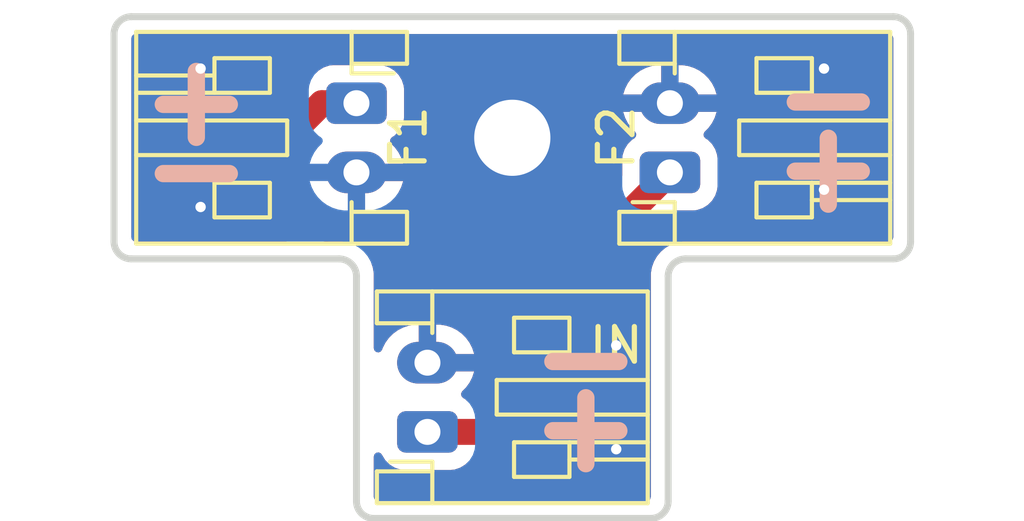
<source format=kicad_pcb>
(kicad_pcb (version 20241229) (generator "pcbnew") (generator_version "9.0")
  (layers (0 "F.Cu" signal) (2 "B.Cu" signal) (13 "F.Paste" user) (15 "B.Paste" user) (5 "F.SilkS" user "F.Silkscreen") (7 "B.SilkS" user "B.Silkscreen") (1 "F.Mask" user) (3 "B.Mask" user) (25 "Edge.Cuts" user))
  (net 0 "")
  (net 1 "VDD")
  (net 2 "GND")
  (footprint "MountingHole:MountingHole_2.2mm_M2_ISO7380_Pad" (layer "F.Cu") (at 56 47)
    (property "Reference" "REF**" (hide yes))
    (property "Value" "MountingHole_2.2mm_M2_ISO7380_Pad")
    (pad "1" thru_hole circle (at 0 0) (size 3.5 3.5) (drill 2.2) (layers "*.Cu" "*.Mask"))
  )
  (footprint "Connector_JST:JST_PH_S2B-PH-K_1x02_P2.00mm_Horizontal" (layer "F.Cu") (at 53.55 55.5 90)
    (property "Reference" "IN" (at 2.5 5.45 0) (layer "F.SilkS"))
    (property "Value" "PWR_IN")
    (fp_line (start 4.06 -1.46) (end 3.14 -1.46) (stroke (width 0.12)) (layer "F.SilkS"))
    (fp_line (start 3.14 -1.46) (end 3.14 0.14) (stroke (width 0.12)) (layer "F.SilkS"))
    (fp_line (start -1.14 -1.46) (end -2.06 -1.46) (stroke (width 0.12)) (layer "F.SilkS"))
    (fp_line (start -2.06 -1.46) (end -2.06 6.36) (stroke (width 0.12)) (layer "F.SilkS"))
    (fp_line (start 4.06 0.14) (end 3.14 0.14) (stroke (width 0.12)) (layer "F.SilkS"))
    (fp_line (start 3.14 0.14) (end 2.86 0.14) (stroke (width 0.12)) (layer "F.SilkS"))
    (fp_line (start -0.86 0.14) (end -0.86 -1.075) (stroke (width 0.12)) (layer "F.SilkS"))
    (fp_line (start -0.86 0.14) (end -1.14 0.14) (stroke (width 0.12)) (layer "F.SilkS"))
    (fp_line (start -1.14 0.14) (end -1.14 -1.46) (stroke (width 0.12)) (layer "F.SilkS"))
    (fp_line (start -2.06 0.14) (end -1.14 0.14) (stroke (width 0.12)) (layer "F.SilkS"))
    (fp_line (start 1.5 2) (end 1.5 6.36) (stroke (width 0.12)) (layer "F.SilkS"))
    (fp_line (start 0.5 2) (end 1.5 2) (stroke (width 0.12)) (layer "F.SilkS"))
    (fp_line (start 3.3 2.5) (end 3.3 4.1) (stroke (width 0.12)) (layer "F.SilkS"))
    (fp_line (start 2.3 2.5) (end 3.3 2.5) (stroke (width 0.12)) (layer "F.SilkS"))
    (fp_line (start -0.3 2.5) (end -1.3 2.5) (stroke (width 0.12)) (layer "F.SilkS"))
    (fp_line (start -1.3 2.5) (end -1.3 4.1) (stroke (width 0.12)) (layer "F.SilkS"))
    (fp_line (start 3.3 4.1) (end 2.3 4.1) (stroke (width 0.12)) (layer "F.SilkS"))
    (fp_line (start 2.3 4.1) (end 2.3 2.5) (stroke (width 0.12)) (layer "F.SilkS"))
    (fp_line (start -0.3 4.1) (end -0.3 2.5) (stroke (width 0.12)) (layer "F.SilkS"))
    (fp_line (start -0.3 4.1) (end -0.3 6.36) (stroke (width 0.12)) (layer "F.SilkS"))
    (fp_line (start -0.8 4.1) (end -0.8 6.36) (stroke (width 0.12)) (layer "F.SilkS"))
    (fp_line (start -1.3 4.1) (end -0.3 4.1) (stroke (width 0.12)) (layer "F.SilkS"))
    (fp_line (start 4.06 6.36) (end 4.06 -1.46) (stroke (width 0.12)) (layer "F.SilkS"))
    (fp_line (start 0.5 6.36) (end 0.5 2) (stroke (width 0.12)) (layer "F.SilkS"))
    (fp_line (start -2.06 6.36) (end 4.06 6.36) (stroke (width 0.12)) (layer "F.SilkS"))
    (pad "1" thru_hole roundrect (at 0 0 90) (size 1.2 1.75) (drill 0.75) (layers "*.Cu" "*.Mask") (roundrect_rratio 0.208333) (net 1 "VDD"))
    (pad "2" thru_hole oval (at 2 0 90) (size 1.2 1.75) (drill 0.75) (layers "*.Cu" "*.Mask") (net 2 "GND"))
  )
  (footprint "Connector_JST:JST_PH_S2B-PH-K_1x02_P2.00mm_Horizontal" (layer "F.Cu") (at 51.5 46 -90)
    (property "Reference" "F1" (at 1 -1.5 90) (layer "F.SilkS"))
    (property "Value" "PWR_OUT1")
    (fp_line (start -2.06 6.36) (end 4.06 6.36) (stroke (width 0.12)) (layer "F.SilkS"))
    (fp_line (start 0.5 6.36) (end 0.5 2) (stroke (width 0.12)) (layer "F.SilkS"))
    (fp_line (start 4.06 6.36) (end 4.06 -1.46) (stroke (width 0.12)) (layer "F.SilkS"))
    (fp_line (start -1.3 4.1) (end -0.3 4.1) (stroke (width 0.12)) (layer "F.SilkS"))
    (fp_line (start -0.8 4.1) (end -0.8 6.36) (stroke (width 0.12)) (layer "F.SilkS"))
    (fp_line (start -0.3 4.1) (end -0.3 6.36) (stroke (width 0.12)) (layer "F.SilkS"))
    (fp_line (start -0.3 4.1) (end -0.3 2.5) (stroke (width 0.12)) (layer "F.SilkS"))
    (fp_line (start 2.3 4.1) (end 2.3 2.5) (stroke (width 0.12)) (layer "F.SilkS"))
    (fp_line (start 3.3 4.1) (end 2.3 4.1) (stroke (width 0.12)) (layer "F.SilkS"))
    (fp_line (start -1.3 2.5) (end -1.3 4.1) (stroke (width 0.12)) (layer "F.SilkS"))
    (fp_line (start -0.3 2.5) (end -1.3 2.5) (stroke (width 0.12)) (layer "F.SilkS"))
    (fp_line (start 2.3 2.5) (end 3.3 2.5) (stroke (width 0.12)) (layer "F.SilkS"))
    (fp_line (start 3.3 2.5) (end 3.3 4.1) (stroke (width 0.12)) (layer "F.SilkS"))
    (fp_line (start 0.5 2) (end 1.5 2) (stroke (width 0.12)) (layer "F.SilkS"))
    (fp_line (start 1.5 2) (end 1.5 6.36) (stroke (width 0.12)) (layer "F.SilkS"))
    (fp_line (start -2.06 0.14) (end -1.14 0.14) (stroke (width 0.12)) (layer "F.SilkS"))
    (fp_line (start -1.14 0.14) (end -1.14 -1.46) (stroke (width 0.12)) (layer "F.SilkS"))
    (fp_line (start -0.86 0.14) (end -1.14 0.14) (stroke (width 0.12)) (layer "F.SilkS"))
    (fp_line (start -0.86 0.14) (end -0.86 -1.075) (stroke (width 0.12)) (layer "F.SilkS"))
    (fp_line (start 3.14 0.14) (end 2.86 0.14) (stroke (width 0.12)) (layer "F.SilkS"))
    (fp_line (start 4.06 0.14) (end 3.14 0.14) (stroke (width 0.12)) (layer "F.SilkS"))
    (fp_line (start -2.06 -1.46) (end -2.06 6.36) (stroke (width 0.12)) (layer "F.SilkS"))
    (fp_line (start -1.14 -1.46) (end -2.06 -1.46) (stroke (width 0.12)) (layer "F.SilkS"))
    (fp_line (start 3.14 -1.46) (end 3.14 0.14) (stroke (width 0.12)) (layer "F.SilkS"))
    (fp_line (start 4.06 -1.46) (end 3.14 -1.46) (stroke (width 0.12)) (layer "F.SilkS"))
    (pad "1" thru_hole roundrect (at 0 0 270) (size 1.2 1.75) (drill 0.75) (layers "*.Cu" "*.Mask") (roundrect_rratio 0.208333) (net 1 "VDD"))
    (pad "2" thru_hole oval (at 2 0 270) (size 1.2 1.75) (drill 0.75) (layers "*.Cu" "*.Mask") (net 2 "GND"))
  )
  (footprint "Connector_JST:JST_PH_S2B-PH-K_1x02_P2.00mm_Horizontal" (layer "F.Cu") (at 60.55 48 90)
    (property "Reference" "F2" (at 1 -1.55 90) (layer "F.SilkS"))
    (property "Value" "PWR_OUT2")
    (fp_line (start 4.06 -1.46) (end 3.14 -1.46) (stroke (width 0.12)) (layer "F.SilkS"))
    (fp_line (start 3.14 -1.46) (end 3.14 0.14) (stroke (width 0.12)) (layer "F.SilkS"))
    (fp_line (start -1.14 -1.46) (end -2.06 -1.46) (stroke (width 0.12)) (layer "F.SilkS"))
    (fp_line (start -2.06 -1.46) (end -2.06 6.36) (stroke (width 0.12)) (layer "F.SilkS"))
    (fp_line (start 4.06 0.14) (end 3.14 0.14) (stroke (width 0.12)) (layer "F.SilkS"))
    (fp_line (start 3.14 0.14) (end 2.86 0.14) (stroke (width 0.12)) (layer "F.SilkS"))
    (fp_line (start -0.86 0.14) (end -0.86 -1.075) (stroke (width 0.12)) (layer "F.SilkS"))
    (fp_line (start -0.86 0.14) (end -1.14 0.14) (stroke (width 0.12)) (layer "F.SilkS"))
    (fp_line (start -1.14 0.14) (end -1.14 -1.46) (stroke (width 0.12)) (layer "F.SilkS"))
    (fp_line (start -2.06 0.14) (end -1.14 0.14) (stroke (width 0.12)) (layer "F.SilkS"))
    (fp_line (start 1.5 2) (end 1.5 6.36) (stroke (width 0.12)) (layer "F.SilkS"))
    (fp_line (start 0.5 2) (end 1.5 2) (stroke (width 0.12)) (layer "F.SilkS"))
    (fp_line (start 3.3 2.5) (end 3.3 4.1) (stroke (width 0.12)) (layer "F.SilkS"))
    (fp_line (start 2.3 2.5) (end 3.3 2.5) (stroke (width 0.12)) (layer "F.SilkS"))
    (fp_line (start -0.3 2.5) (end -1.3 2.5) (stroke (width 0.12)) (layer "F.SilkS"))
    (fp_line (start -1.3 2.5) (end -1.3 4.1) (stroke (width 0.12)) (layer "F.SilkS"))
    (fp_line (start 3.3 4.1) (end 2.3 4.1) (stroke (width 0.12)) (layer "F.SilkS"))
    (fp_line (start 2.3 4.1) (end 2.3 2.5) (stroke (width 0.12)) (layer "F.SilkS"))
    (fp_line (start -0.3 4.1) (end -0.3 2.5) (stroke (width 0.12)) (layer "F.SilkS"))
    (fp_line (start -0.3 4.1) (end -0.3 6.36) (stroke (width 0.12)) (layer "F.SilkS"))
    (fp_line (start -0.8 4.1) (end -0.8 6.36) (stroke (width 0.12)) (layer "F.SilkS"))
    (fp_line (start -1.3 4.1) (end -0.3 4.1) (stroke (width 0.12)) (layer "F.SilkS"))
    (fp_line (start 4.06 6.36) (end 4.06 -1.46) (stroke (width 0.12)) (layer "F.SilkS"))
    (fp_line (start 0.5 6.36) (end 0.5 2) (stroke (width 0.12)) (layer "F.SilkS"))
    (fp_line (start -2.06 6.36) (end 4.06 6.36) (stroke (width 0.12)) (layer "F.SilkS"))
    (pad "1" thru_hole roundrect (at 0 0 90) (size 1.2 1.75) (drill 0.75) (layers "*.Cu" "*.Mask") (roundrect_rratio 0.208333) (net 1 "VDD"))
    (pad "2" thru_hole oval (at 2 0 90) (size 1.2 1.75) (drill 0.75) (layers "*.Cu" "*.Mask") (net 2 "GND"))
  )
  (gr_arc (start 45 50.5) (mid 44.646447 50.353553) (end 44.5 50) (stroke (width 0.2)) (layer "Edge.Cuts"))
  (gr_line (start 60.5 57.5) (end 60.5 51) (stroke (width 0.2)) (layer "Edge.Cuts"))
  (gr_line (start 67.5 50) (end 67.5 44) (stroke (width 0.2)) (layer "Edge.Cuts"))
  (gr_arc (start 67 43.5) (mid 67.353553 43.646447) (end 67.5 44) (stroke (width 0.2)) (layer "Edge.Cuts"))
  (gr_line (start 61 50.5) (end 67 50.5) (stroke (width 0.2)) (layer "Edge.Cuts"))
  (gr_line (start 52 58) (end 60 58) (stroke (width 0.2)) (layer "Edge.Cuts"))
  (gr_arc (start 67.5 50) (mid 67.353553 50.353553) (end 67 50.5) (stroke (width 0.2)) (layer "Edge.Cuts"))
  (gr_line (start 67 43.5) (end 45 43.5) (stroke (width 0.2)) (layer "Edge.Cuts"))
  (gr_arc (start 51 50.5) (mid 51.353553 50.646447) (end 51.5 51) (stroke (width 0.2)) (layer "Edge.Cuts"))
  (gr_arc (start 52 58) (mid 51.646447 57.853553) (end 51.5 57.5) (stroke (width 0.2)) (layer "Edge.Cuts"))
  (gr_arc (start 60.5 57.5) (mid 60.353553 57.853553) (end 60 58) (stroke (width 0.2)) (layer "Edge.Cuts"))
  (gr_arc (start 60.5 51) (mid 60.646447 50.646447) (end 61 50.5) (stroke (width 0.2)) (layer "Edge.Cuts"))
  (gr_line (start 51.5 51) (end 51.5 57.5) (stroke (width 0.2)) (layer "Edge.Cuts"))
  (gr_line (start 45 50.5) (end 51 50.5) (stroke (width 0.2)) (layer "Edge.Cuts"))
  (gr_line (start 44.5 44) (end 44.5 50) (stroke (width 0.2)) (layer "Edge.Cuts"))
  (gr_arc (start 44.5 44) (mid 44.646447 43.646447) (end 45 43.5) (stroke (width 0.2)) (layer "Edge.Cuts"))
  (gr_text "-" (at 45 46.75 180) (layer "B.SilkS") (effects (font (size 2.5 2.5) (thickness 0.5) (bold yes)) (justify left bottom mirror)))
  (gr_text "-" (at 60 54.75 0) (layer "B.SilkS") (effects (font (size 2.5 2.5) (thickness 0.5) (bold yes)) (justify left bottom mirror)))
  (gr_text "-" (at 67 47.25 0) (layer "B.SilkS") (effects (font (size 2.5 2.5) (thickness 0.5) (bold yes)) (justify left bottom mirror)))
  (gr_text "+" (at 45 44.75 180) (layer "B.SilkS") (effects (font (size 2.5 2.5) (thickness 0.5) (bold yes)) (justify left bottom mirror)))
  (gr_text "+" (at 60 56.75 0) (layer "B.SilkS") (effects (font (size 2.5 2.5) (thickness 0.5) (bold yes)) (justify left bottom mirror)))
  (gr_text "+" (at 67 49.25 0) (layer "B.SilkS") (effects (font (size 2.5 2.5) (thickness 0.5) (bold yes)) (justify left bottom mirror)))
  (segment (start 49.5 47) (end 49.5 48.5) (width 0.75) (layer "F.Cu") (net 1))
  (segment (start 49.5 48.5) (end 50.624 49.624) (width 0.75) (layer "F.Cu") (net 1))
  (segment (start 50.624 49.624) (end 55.124 49.624) (width 0.75) (layer "F.Cu") (net 1))
  (segment (start 50.5 46) (end 49.5 47) (width 0.75) (layer "F.Cu") (net 1))
  (segment (start 51.5 46) (end 50.5 46) (width 0.75) (layer "F.Cu") (net 1))
  (segment (start 55.124 49.624) (end 57 51.5) (width 0.75) (layer "F.Cu") (net 1))
  (segment (start 57.05 51.5) (end 57 51.5) (width 0.75) (layer "F.Cu") (net 1))
  (segment (start 57 51.5) (end 57 54) (width 0.75) (layer "F.Cu") (net 1))
  (segment (start 60.55 48) (end 57.05 51.5) (width 0.75) (layer "F.Cu") (net 1))
  (segment (start 55.5 55.5) (end 53.55 55.5) (width 0.75) (layer "F.Cu") (net 1))
  (segment (start 57 54) (end 55.5 55.5) (width 0.75) (layer "F.Cu") (net 1))
  (via (at 65 45) (size 0.6) (drill 0.3) (layers "F.Cu" "B.Cu") (net 2))
  (via (at 47 49) (size 0.6) (drill 0.3) (layers "F.Cu" "B.Cu") (net 2))
  (via (at 59 53) (size 0.6) (drill 0.3) (layers "F.Cu" "B.Cu") (net 2))
  (via (at 65 48.5) (size 0.6) (drill 0.3) (layers "F.Cu" "B.Cu") (net 2))
  (via (at 59 56) (size 0.6) (drill 0.3) (layers "F.Cu" "B.Cu") (net 2))
  (via (at 47 45) (size 0.6) (drill 0.3) (layers "F.Cu" "B.Cu") (net 2))
  (zone (net 2) (net_name "GND") (layers "F.Cu" "B.Cu") (name "gndpour") (connect_pads (clearance 0.5)) (min_thickness 0.25) (fill yes (thermal_gap 0.5) (thermal_bridge_width 0.5))
    (polygon (pts (xy 44.5 43.5) (xy 67.5 43.5) (xy 67.5 50.5) (xy 60.5 50.5) (xy 60.5 58) (xy 51.5 58) (xy 51.5 50.5) (xy 44.5 50.5)))
  )
)
</source>
